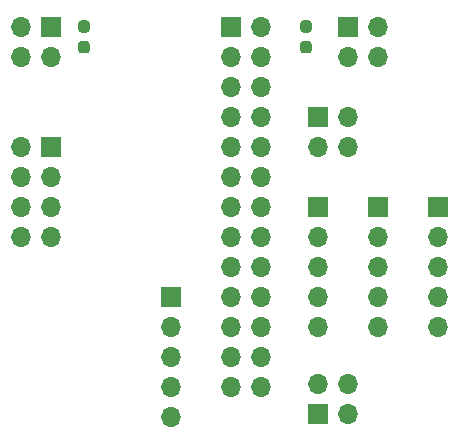
<source format=gbr>
%TF.GenerationSoftware,KiCad,Pcbnew,(5.1.7)-1*%
%TF.CreationDate,2021-06-08T21:15:34+03:00*%
%TF.ProjectId,RaspiAdapter,52617370-6941-4646-9170-7465722e6b69,rev?*%
%TF.SameCoordinates,Original*%
%TF.FileFunction,Soldermask,Top*%
%TF.FilePolarity,Negative*%
%FSLAX46Y46*%
G04 Gerber Fmt 4.6, Leading zero omitted, Abs format (unit mm)*
G04 Created by KiCad (PCBNEW (5.1.7)-1) date 2021-06-08 21:15:34*
%MOMM*%
%LPD*%
G01*
G04 APERTURE LIST*
%ADD10O,1.700000X1.700000*%
%ADD11R,1.700000X1.700000*%
G04 APERTURE END LIST*
D10*
%TO.C,J110*%
X165100000Y-123444000D03*
X162560000Y-123444000D03*
X165100000Y-125984000D03*
D11*
X162560000Y-125984000D03*
%TD*%
D10*
%TO.C,J101*%
X157734000Y-123698000D03*
X155194000Y-123698000D03*
X157734000Y-121158000D03*
X155194000Y-121158000D03*
X157734000Y-118618000D03*
X155194000Y-118618000D03*
X157734000Y-116078000D03*
X155194000Y-116078000D03*
X157734000Y-113538000D03*
X155194000Y-113538000D03*
X157734000Y-110998000D03*
X155194000Y-110998000D03*
X157734000Y-108458000D03*
X155194000Y-108458000D03*
X157734000Y-105918000D03*
X155194000Y-105918000D03*
X157734000Y-103378000D03*
X155194000Y-103378000D03*
X157734000Y-100838000D03*
X155194000Y-100838000D03*
X157734000Y-98298000D03*
X155194000Y-98298000D03*
X157734000Y-95758000D03*
X155194000Y-95758000D03*
X157734000Y-93218000D03*
D11*
X155194000Y-93218000D03*
%TD*%
D10*
%TO.C,J109*%
X172720000Y-118618000D03*
X172720000Y-116078000D03*
X172720000Y-113538000D03*
X172720000Y-110998000D03*
D11*
X172720000Y-108458000D03*
%TD*%
D10*
%TO.C,J104*%
X137414000Y-110998000D03*
X139954000Y-110998000D03*
X137414000Y-108458000D03*
X139954000Y-108458000D03*
X137414000Y-105918000D03*
X139954000Y-105918000D03*
X137414000Y-103378000D03*
D11*
X139954000Y-103378000D03*
%TD*%
D10*
%TO.C,J102*%
X167640000Y-95758000D03*
X165100000Y-95758000D03*
X167640000Y-93218000D03*
D11*
X165100000Y-93218000D03*
%TD*%
D10*
%TO.C,J107*%
X137414000Y-95758000D03*
X139954000Y-95758000D03*
X137414000Y-93218000D03*
D11*
X139954000Y-93218000D03*
%TD*%
D10*
%TO.C,J105*%
X165100000Y-103378000D03*
X165100000Y-100838000D03*
X162560000Y-103378000D03*
D11*
X162560000Y-100838000D03*
%TD*%
D10*
%TO.C,J108*%
X150114000Y-126238000D03*
X150114000Y-123698000D03*
X150114000Y-121158000D03*
X150114000Y-118618000D03*
D11*
X150114000Y-116078000D03*
%TD*%
D10*
%TO.C,J106*%
X162560000Y-118618000D03*
X162560000Y-116078000D03*
X162560000Y-113538000D03*
X162560000Y-110998000D03*
D11*
X162560000Y-108458000D03*
%TD*%
D10*
%TO.C,J103*%
X167640000Y-118618000D03*
X167640000Y-116078000D03*
X167640000Y-113538000D03*
X167640000Y-110998000D03*
D11*
X167640000Y-108458000D03*
%TD*%
%TO.C,C107*%
G36*
G01*
X142510500Y-94443000D02*
X142985500Y-94443000D01*
G75*
G02*
X143223000Y-94680500I0J-237500D01*
G01*
X143223000Y-95255500D01*
G75*
G02*
X142985500Y-95493000I-237500J0D01*
G01*
X142510500Y-95493000D01*
G75*
G02*
X142273000Y-95255500I0J237500D01*
G01*
X142273000Y-94680500D01*
G75*
G02*
X142510500Y-94443000I237500J0D01*
G01*
G37*
G36*
G01*
X142510500Y-92693000D02*
X142985500Y-92693000D01*
G75*
G02*
X143223000Y-92930500I0J-237500D01*
G01*
X143223000Y-93505500D01*
G75*
G02*
X142985500Y-93743000I-237500J0D01*
G01*
X142510500Y-93743000D01*
G75*
G02*
X142273000Y-93505500I0J237500D01*
G01*
X142273000Y-92930500D01*
G75*
G02*
X142510500Y-92693000I237500J0D01*
G01*
G37*
%TD*%
%TO.C,C104*%
G36*
G01*
X161306500Y-94443000D02*
X161781500Y-94443000D01*
G75*
G02*
X162019000Y-94680500I0J-237500D01*
G01*
X162019000Y-95255500D01*
G75*
G02*
X161781500Y-95493000I-237500J0D01*
G01*
X161306500Y-95493000D01*
G75*
G02*
X161069000Y-95255500I0J237500D01*
G01*
X161069000Y-94680500D01*
G75*
G02*
X161306500Y-94443000I237500J0D01*
G01*
G37*
G36*
G01*
X161306500Y-92693000D02*
X161781500Y-92693000D01*
G75*
G02*
X162019000Y-92930500I0J-237500D01*
G01*
X162019000Y-93505500D01*
G75*
G02*
X161781500Y-93743000I-237500J0D01*
G01*
X161306500Y-93743000D01*
G75*
G02*
X161069000Y-93505500I0J237500D01*
G01*
X161069000Y-92930500D01*
G75*
G02*
X161306500Y-92693000I237500J0D01*
G01*
G37*
%TD*%
M02*

</source>
